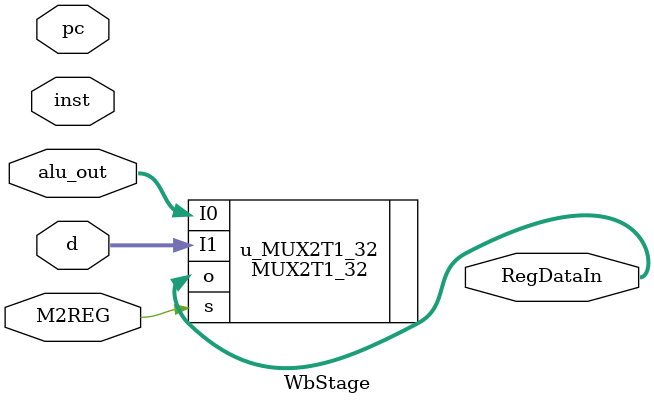
<source format=v>
module WbStage (
    input [31:0] alu_out,
    input [31:0] d,
    input M2REG,
    input [31:0] inst, // dbg
    input [31:0] pc, // dbg
    
    output [31:0] RegDataIn
	);

MUX2T1_32  u_MUX2T1_32 (
    .I0                      ( alu_out   ),
    .I1                      ( d   ),
    .s                       ( M2REG    ),

    .o                       ( RegDataIn    )
);

endmodule
</source>
